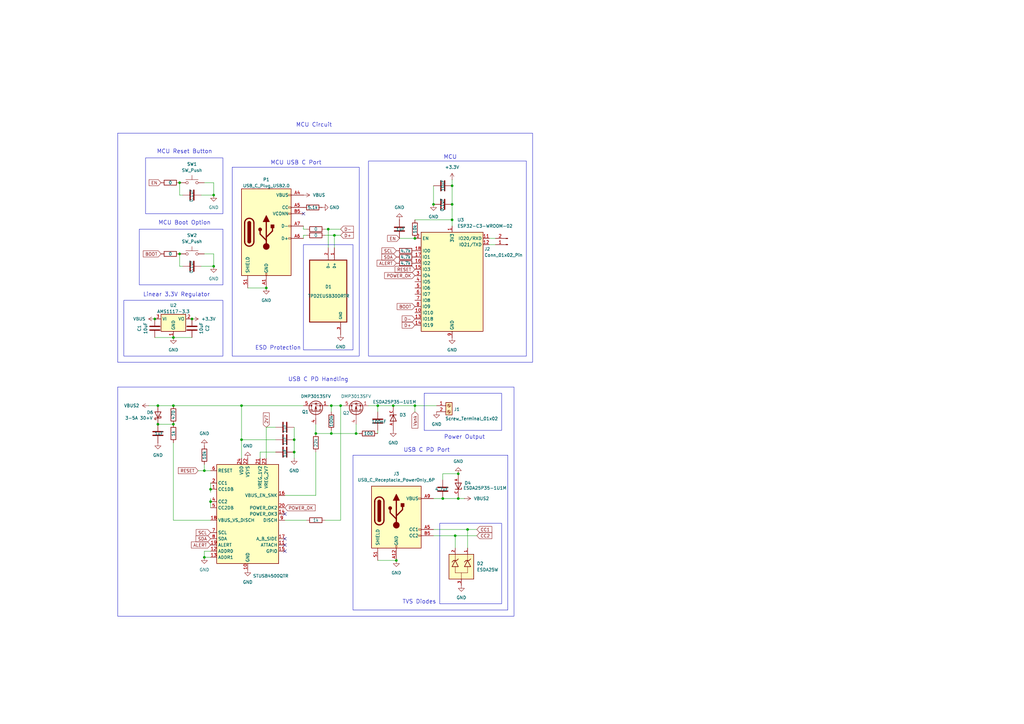
<source format=kicad_sch>
(kicad_sch (version 20250114) (generator "eeschema") (generator_version "9.0")
  (paper "A3")
  (lib_symbols
    (symbol "Connector:Conn_01x02_Pin" (pin_names (offset 1.016) (hide yes))
      (property "Reference" "J" (at 0 2.54 0))
      (property "Value" "Conn_01x02_Pin" (at 0 -5.08 0))
      (symbol "Conn_01x02_Pin_1_1"
        (rectangle (start 0.8636 0.127) (end 0 -0.127) (stroke (width 0.1524)) (fill (type outline)))
        (rectangle (start 0.8636 -2.413) (end 0 -2.667) (stroke (width 0.1524)) (fill (type outline)))
        (polyline (pts (xy 1.27 0) (xy 0.8636 0)) (stroke (width 0.1524)))
        (polyline (pts (xy 1.27 -2.54) (xy 0.8636 -2.54)) (stroke (width 0.1524)))
        (pin passive line (at 5.08 0 180) (length 3.81) (name "Pin_1") (number "1"))
        (pin passive line (at 5.08 -2.54 180) (length 3.81) (name "Pin_2") (number "2"))
      )
    )
    (symbol "Connector:Screw_Terminal_01x02" (pin_names (offset 1.016) (hide yes))
      (property "Reference" "J" (at 0 2.54 0))
      (property "Value" "Screw_Terminal_01x02" (at 0 -5.08 0))
      (symbol "Screw_Terminal_01x02_1_1"
        (rectangle (start -1.27 1.27) (end 1.27 -3.81) (stroke (width 0.254)) (fill (type background)))
        (polyline (pts (xy -0.5334 0.3302) (xy 0.3302 -0.508)) (stroke (width 0.1524)))
        (polyline (pts (xy -0.5334 -2.2098) (xy 0.3302 -3.048)) (stroke (width 0.1524)))
        (polyline (pts (xy -0.3556 0.508) (xy 0.508 -0.3302)) (stroke (width 0.1524)))
        (polyline (pts (xy -0.3556 -2.032) (xy 0.508 -2.8702)) (stroke (width 0.1524)))
        (circle (center 0 0) (radius 0.635) (stroke (width 0.1524)))
        (circle (center 0 -2.54) (radius 0.635) (stroke (width 0.1524)))
        (pin passive line (at -5.08 0 0) (length 3.81) (name "Pin_1") (number "1"))
        (pin passive line (at -5.08 -2.54 0) (length 3.81) (name "Pin_2") (number "2"))
      )
    )
    (symbol "Connector:USB_C_Plug_USB2.0" (pin_names (offset 1.016))
      (property "Reference" "P" (at -10.16 19.05 0))
      (property "Value" "USB_C_Plug_USB2.0" (at 12.7 19.05 0))
      (symbol "USB_C_Plug_USB2.0_0_0"
        (rectangle (start -0.254 -17.78) (end 0.254 -16.764))
        (rectangle (start 10.16 15.494) (end 9.144 14.986))
        (rectangle (start 10.16 10.414) (end 9.144 9.906))
        (rectangle (start 10.16 7.874) (end 9.144 7.366))
        (rectangle (start 10.16 2.794) (end 9.144 2.286))
        (rectangle (start 10.16 -2.286) (end 9.144 -2.794))
      )
      (symbol "USB_C_Plug_USB2.0_0_1"
        (rectangle (start -10.16 17.78) (end 10.16 -17.78) (stroke (width 0.254)) (fill (type background)))
        (polyline (pts (xy -8.89 -3.81) (xy -8.89 3.81)) (stroke (width 0.508)))
        (rectangle (start -7.62 -3.81) (end -6.35 3.81) (stroke (width 0.254)) (fill (type outline)))
        (arc (start -7.62 3.81) (mid -6.985 4.4423) (end -6.35 3.81) (stroke (width 0.254)))
        (arc (start -7.62 3.81) (mid -6.985 4.4423) (end -6.35 3.81) (stroke (width 0.254)) (fill (type outline)))
        (arc (start -8.89 3.81) (mid -6.985 5.7067) (end -5.08 3.81) (stroke (width 0.508)))
        (arc (start -5.08 -3.81) (mid -6.985 -5.7067) (end -8.89 -3.81) (stroke (width 0.508)))
        (arc (start -6.35 -3.81) (mid -6.985 -4.4423) (end -7.62 -3.81) (stroke (width 0.254)))
        (arc (start -6.35 -3.81) (mid -6.985 -4.4423) (end -7.62 -3.81) (stroke (width 0.254)) (fill (type outline)))
        (polyline (pts (xy -5.08 3.81) (xy -5.08 -3.81)) (stroke (width 0.508)))
        (circle (center -2.54 1.143) (radius 0.635) (stroke (width 0.254)) (fill (type outline)))
        (polyline (pts (xy -1.27 4.318) (xy 0 6.858) (xy 1.27 4.318) (xy -1.27 4.318)) (stroke (width 0.254)) (fill (type outline)))
        (polyline (pts (xy 0 -2.032) (xy 2.54 0.508) (xy 2.54 1.778)) (stroke (width 0.508)))
        (polyline (pts (xy 0 -3.302) (xy -2.54 -0.762) (xy -2.54 0.508)) (stroke (width 0.508)))
        (polyline (pts (xy 0 -5.842) (xy 0 4.318)) (stroke (width 0.508)))
        (circle (center 0 -5.842) (radius 1.27) (fill (type outline)))
        (rectangle (start 1.905 1.778) (end 3.175 3.048) (stroke (width 0.254)) (fill (type outline)))
      )
      (symbol "USB_C_Plug_USB2.0_1_1"
        (pin passive line (at -7.62 -22.86 90) (length 5.08) (name "SHIELD") (number "S1"))
        (pin passive line (at 0 -22.86 90) (length 5.08) (name "GND") (number "A1"))
        (pin passive line (at 0 -22.86 90) (length 5.08) (hide yes) (name "GND") (number "A12"))
        (pin passive line (at 0 -22.86 90) (length 5.08) (hide yes) (name "GND") (number "B1"))
        (pin passive line (at 0 -22.86 90) (length 5.08) (hide yes) (name "GND") (number "B12"))
        (pin passive line (at 15.24 15.24 180) (length 5.08) (name "VBUS") (number "A4"))
        (pin passive line (at 15.24 15.24 180) (length 5.08) (hide yes) (name "VBUS") (number "A9"))
        (pin passive line (at 15.24 15.24 180) (length 5.08) (hide yes) (name "VBUS") (number "B4"))
        (pin passive line (at 15.24 15.24 180) (length 5.08) (hide yes) (name "VBUS") (number "B9"))
        (pin bidirectional line (at 15.24 10.16 180) (length 5.08) (name "CC") (number "A5"))
        (pin bidirectional line (at 15.24 7.62 180) (length 5.08) (name "VCONN") (number "B5"))
        (pin bidirectional line (at 15.24 2.54 180) (length 5.08) (name "D-") (number "A7"))
        (pin bidirectional line (at 15.24 -2.54 180) (length 5.08) (name "D+") (number "A6"))
      )
    )
    (symbol "Connector:USB_C_Receptacle_PowerOnly_6P" (pin_names (offset 1.016))
      (property "Reference" "J" (at 0 16.51 0))
      (property "Value" "USB_C_Receptacle_PowerOnly_6P" (at 0 13.97 0))
      (symbol "USB_C_Receptacle_PowerOnly_6P_0_0"
        (rectangle (start -0.254 -12.7) (end 0.254 -11.684))
        (rectangle (start 10.16 7.874) (end 9.144 7.366))
        (rectangle (start 10.16 -4.826) (end 9.144 -5.334))
        (rectangle (start 10.16 -7.366) (end 9.144 -7.874))
      )
      (symbol "USB_C_Receptacle_PowerOnly_6P_0_1"
        (rectangle (start -10.16 12.7) (end 10.16 -12.7) (stroke (width 0.254)) (fill (type background)))
        (polyline (pts (xy -8.89 -1.27) (xy -8.89 6.35)) (stroke (width 0.508)))
        (rectangle (start -7.62 -1.27) (end -6.35 6.35) (stroke (width 0.254)) (fill (type outline)))
        (arc (start -7.62 6.35) (mid -6.985 6.9823) (end -6.35 6.35) (stroke (width 0.254)))
        (arc (start -7.62 6.35) (mid -6.985 6.9823) (end -6.35 6.35) (stroke (width 0.254)) (fill (type outline)))
        (arc (start -8.89 6.35) (mid -6.985 8.2467) (end -5.08 6.35) (stroke (width 0.508)))
        (arc (start -5.08 -1.27) (mid -6.985 -3.1667) (end -8.89 -1.27) (stroke (width 0.508)))
        (arc (start -6.35 -1.27) (mid -6.985 -1.9023) (end -7.62 -1.27) (stroke (width 0.254)))
        (arc (start -6.35 -1.27) (mid -6.985 -1.9023) (end -7.62 -1.27) (stroke (width 0.254)) (fill (type outline)))
        (polyline (pts (xy -5.08 6.35) (xy -5.08 -1.27)) (stroke (width 0.508)))
        (circle (center -2.54 3.683) (radius 0.635) (stroke (width 0.254)) (fill (type outline)))
        (polyline (pts (xy -1.27 6.858) (xy 0 9.398) (xy 1.27 6.858) (xy -1.27 6.858)) (stroke (width 0.254)) (fill (type outline)))
        (polyline (pts (xy 0 0.508) (xy 2.54 3.048) (xy 2.54 4.318)) (stroke (width 0.508)))
        (polyline (pts (xy 0 -0.762) (xy -2.54 1.778) (xy -2.54 3.048)) (stroke (width 0.508)))
        (polyline (pts (xy 0 -3.302) (xy 0 6.858)) (stroke (width 0.508)))
        (circle (center 0 -3.302) (radius 1.27) (fill (type outline)))
        (rectangle (start 1.905 4.318) (end 3.175 5.588) (stroke (width 0.254)) (fill (type outline)))
      )
      (symbol "USB_C_Receptacle_PowerOnly_6P_1_1"
        (pin passive line (at -7.62 -17.78 90) (length 5.08) (name "SHIELD") (number "S1"))
        (pin passive line (at 0 -17.78 90) (length 5.08) (name "GND") (number "A12"))
        (pin passive line (at 0 -17.78 90) (length 5.08) (hide yes) (name "GND") (number "B12"))
        (pin passive line (at 15.24 7.62 180) (length 5.08) (name "VBUS") (number "A9"))
        (pin passive line (at 15.24 7.62 180) (length 5.08) (hide yes) (name "VBUS") (number "B9"))
        (pin bidirectional line (at 15.24 -5.08 180) (length 5.08) (name "CC1") (number "A5"))
        (pin bidirectional line (at 15.24 -7.62 180) (length 5.08) (name "CC2") (number "B5"))
      )
    )
    (symbol "Device:C" (pin_numbers (hide yes)) (pin_names (offset 0.254))
      (property "Reference" "C" (at 0.635 2.54 0))
      (property "Value" "C" (at 0.635 -2.54 0))
      (symbol "C_0_1"
        (polyline (pts (xy -2.032 0.762) (xy 2.032 0.762)) (stroke (width 0.508)))
        (polyline (pts (xy -2.032 -0.762) (xy 2.032 -0.762)) (stroke (width 0.508)))
      )
      (symbol "C_1_1"
        (pin passive line (at 0 3.81 270) (length 2.794) (name "~") (number "1"))
        (pin passive line (at 0 -3.81 90) (length 2.794) (name "~") (number "2"))
      )
    )
    (symbol "Device:D_Schottky" (pin_numbers (hide yes)) (pin_names (offset 1.016) (hide yes))
      (property "Reference" "D" (at 0 2.54 0))
      (property "Value" "D_Schottky" (at 0 -2.54 0))
      (symbol "D_Schottky_0_1"
        (polyline (pts (xy -1.905 0.635) (xy -1.905 1.27) (xy -1.27 1.27) (xy -1.27 -1.27) (xy -0.635 -1.27) (xy -0.635 -0.635)) (stroke (width 0.254)))
        (polyline (pts (xy 1.27 1.27) (xy 1.27 -1.27) (xy -1.27 0) (xy 1.27 1.27)) (stroke (width 0.254)))
        (polyline (pts (xy 1.27 0) (xy -1.27 0)))
      )
      (symbol "D_Schottky_1_1"
        (pin passive line (at -3.81 0 0) (length 2.54) (name "K") (number "1"))
        (pin passive line (at 3.81 0 180) (length 2.54) (name "A") (number "2"))
      )
    )
    (symbol "Device:R" (pin_numbers (hide yes)) (pin_names (offset 0))
      (property "Reference" "R" (at 2.032 0 90))
      (property "Value" "R" (at 0 0 90))
      (symbol "R_0_1"
        (rectangle (start -1.016 -2.54) (end 1.016 2.54) (stroke (width 0.254)))
      )
      (symbol "R_1_1"
        (pin passive line (at 0 3.81 270) (length 1.27) (name "~") (number "1"))
        (pin passive line (at 0 -3.81 90) (length 1.27) (name "~") (number "2"))
      )
    )
    (symbol "ESDA25W:ESDA25W" (pin_names (offset 1.016))
      (property "Reference" "D" (at -5.08 6.35 0))
      (property "Value" "ESDA25W" (at -5.08 -6.35 0))
      (symbol "ESDA25W_0_0"
        (polyline (pts (xy -5.08 2.54) (xy -2.54 2.54)) (stroke (width 0.1524)))
        (polyline (pts (xy -5.08 -2.54) (xy -2.54 -2.54)) (stroke (width 0.1524)))
        (rectangle (start -5.08 -5.08) (end 5.08 5.08) (stroke (width 0.254)) (fill (type background)))
        (polyline (pts (xy -3.175 3.81) (xy -2.54 3.175)) (stroke (width 0.254)))
        (polyline (pts (xy -3.175 -1.27) (xy -2.54 -1.905)) (stroke (width 0.254)))
        (polyline (pts (xy -2.54 3.175) (xy -2.54 2.54)) (stroke (width 0.254)))
        (polyline (pts (xy -2.54 2.54) (xy -2.54 1.905)) (stroke (width 0.254)))
        (polyline (pts (xy -2.54 2.54) (xy 0 3.81)) (stroke (width 0.254)))
        (polyline (pts (xy -2.54 1.905) (xy -1.905 1.27)) (stroke (width 0.254)))
        (polyline (pts (xy -2.54 -1.905) (xy -2.54 -2.54)) (stroke (width 0.254)))
        (polyline (pts (xy -2.54 -2.54) (xy -2.54 -3.175)) (stroke (width 0.254)))
        (polyline (pts (xy -2.54 -2.54) (xy 0 -1.27)) (stroke (width 0.254)))
        (polyline (pts (xy -2.54 -3.175) (xy -1.905 -3.81)) (stroke (width 0.254)))
        (polyline (pts (xy 0 3.81) (xy 0 2.54)) (stroke (width 0.254)))
        (polyline (pts (xy 0 2.54) (xy 0 1.27)) (stroke (width 0.254)))
        (polyline (pts (xy 0 1.27) (xy -2.54 2.54)) (stroke (width 0.254)))
        (polyline (pts (xy 0 -1.27) (xy 0 -2.54)) (stroke (width 0.254)))
        (polyline (pts (xy 0 -2.54) (xy 0 -3.81)) (stroke (width 0.254)))
        (polyline (pts (xy 0 -3.81) (xy -2.54 -2.54)) (stroke (width 0.254)))
        (polyline (pts (xy 2.54 2.54) (xy 0 2.54)) (stroke (width 0.1524)))
        (polyline (pts (xy 2.54 0) (xy 2.54 2.54)) (stroke (width 0.1524)))
        (polyline (pts (xy 2.54 0) (xy 5.08 0)) (stroke (width 0.1524)))
        (polyline (pts (xy 2.54 -2.54) (xy 0 -2.54)) (stroke (width 0.1524)))
        (polyline (pts (xy 2.54 -2.54) (xy 2.54 0)) (stroke (width 0.1524)))
        (pin passive line (at -7.62 2.54 0) (length 2.54) (name "~") (number "1"))
        (pin passive line (at -7.62 -2.54 0) (length 2.54) (name "~") (number "2"))
        (pin passive line (at 7.62 0 180) (length 2.54) (name "~") (number "3"))
      )
    )
    (symbol "ESDDD:TPD2EUSB30DRTR" (pin_names (offset 1.016))
      (property "Reference" "D" (at -12.7 8.62 0))
      (property "Value" "TPD2EUSB30DRTR" (at -12.7 -11.62 0))
      (symbol "TPD2EUSB30DRTR_0_0"
        (rectangle (start -12.7 -7.62) (end 12.7 7.62) (stroke (width 0.41)) (fill (type background)))
        (pin bidirectional line (at -17.78 2.54 0) (length 5.08) (name "D+") (number "1"))
        (pin bidirectional line (at -17.78 0 0) (length 5.08) (name "D-") (number "2"))
        (pin power_in line (at 17.78 5.08 180) (length 5.08) (name "GND") (number "3"))
      )
    )
    (symbol "Interface_USB:STUSB4500QTR"
      (property "Reference" "U" (at -12.7 21.59 0))
      (property "Value" "STUSB4500QTR" (at 8.89 -21.59 0))
      (symbol "STUSB4500QTR_0_1"
        (rectangle (start -12.7 20.32) (end 12.7 -20.32) (stroke (width 0.254)) (fill (type background)))
      )
      (symbol "STUSB4500QTR_1_1"
        (pin input line (at -15.24 17.78 0) (length 2.54) (name "RESET") (number "6"))
        (pin bidirectional line (at -15.24 12.7 0) (length 2.54) (name "CC1") (number "2"))
        (pin bidirectional line (at -15.24 10.16 0) (length 2.54) (name "CC1DB") (number "1"))
        (pin bidirectional line (at -15.24 5.08 0) (length 2.54) (name "CC2") (number "4"))
        (pin bidirectional line (at -15.24 2.54 0) (length 2.54) (name "CC2DB") (number "5"))
        (pin input line (at -15.24 -2.54 0) (length 2.54) (name "VBUS_VS_DISCH") (number "18"))
        (pin input line (at -15.24 -7.62 0) (length 2.54) (name "SCL") (number "7"))
        (pin bidirectional line (at -15.24 -10.16 0) (length 2.54) (name "SDA") (number "8"))
        (pin open_collector line (at -15.24 -12.7 0) (length 2.54) (name "ALERT") (number "19"))
        (pin input line (at -15.24 -15.24 0) (length 2.54) (name "ADDR0") (number "12"))
        (pin input line (at -15.24 -17.78 0) (length 2.54) (name "ADDR1") (number "13"))
        (pin no_connect line (at -12.7 15.24 0) (length 2.54) (hide yes) (name "NC") (number "3"))
        (pin power_in line (at -2.54 22.86 270) (length 2.54) (name "VDD") (number "24"))
        (pin power_in line (at 0 22.86 270) (length 2.54) (name "VSYS") (number "22"))
        (pin power_in line (at 0 -22.86 90) (length 2.54) (name "GND") (number "10"))
        (pin passive line (at 0 -22.86 90) (length 2.54) (hide yes) (name "GND") (number "25"))
        (pin power_out line (at 5.08 22.86 270) (length 2.54) (name "VREG_1V2") (number "21"))
        (pin power_out line (at 7.62 22.86 270) (length 2.54) (name "VREG_2V7") (number "23"))
        (pin open_collector line (at 15.24 7.62 180) (length 2.54) (name "VBUS_EN_SNK") (number "16"))
        (pin open_collector line (at 15.24 2.54 180) (length 2.54) (name "POWER_OK2") (number "20"))
        (pin open_collector line (at 15.24 0 180) (length 2.54) (name "POWER_OK3") (number "14"))
        (pin bidirectional line (at 15.24 -2.54 180) (length 2.54) (name "DISCH") (number "9"))
        (pin open_collector line (at 15.24 -10.16 180) (length 2.54) (name "A_B_SIDE") (number "17"))
        (pin open_collector line (at 15.24 -12.7 180) (length 2.54) (name "ATTACH") (number "11"))
        (pin open_collector line (at 15.24 -15.24 180) (length 2.54) (name "GPIO") (number "15"))
      )
    )
    (symbol "RF_Module:ESP32-C3-WROOM-02"
      (property "Reference" "U" (at -12.192 21.336 0))
      (property "Value" "ESP32-C3-WROOM-02" (at 12.192 21.336 0))
      (symbol "ESP32-C3-WROOM-02_1_1"
        (rectangle (start -12.7 20.32) (end 12.7 -20.32) (stroke (width 0.254)) (fill (type background)))
        (pin input line (at -15.24 17.78 0) (length 2.54) (name "EN") (number "2"))
        (pin bidirectional line (at -15.24 12.7 0) (length 2.54) (name "IO0") (number "18"))
        (pin bidirectional line (at -15.24 10.16 0) (length 2.54) (name "IO1") (number "17"))
        (pin bidirectional line (at -15.24 7.62 0) (length 2.54) (name "IO2") (number "16"))
        (pin bidirectional line (at -15.24 5.08 0) (length 2.54) (name "IO3") (number "15"))
        (pin bidirectional line (at -15.24 2.54 0) (length 2.54) (name "IO4") (number "3"))
        (pin bidirectional line (at -15.24 0 0) (length 2.54) (name "IO5") (number "4"))
        (pin bidirectional line (at -15.24 -2.54 0) (length 2.54) (name "IO6") (number "5"))
        (pin bidirectional line (at -15.24 -5.08 0) (length 2.54) (name "IO7") (number "6"))
        (pin bidirectional line (at -15.24 -7.62 0) (length 2.54) (name "IO8") (number "7"))
        (pin bidirectional line (at -15.24 -10.16 0) (length 2.54) (name "IO9") (number "8"))
        (pin bidirectional line (at -15.24 -12.7 0) (length 2.54) (name "IO10") (number "10"))
        (pin bidirectional line (at -15.24 -15.24 0) (length 2.54) (name "IO18") (number "13"))
        (pin bidirectional line (at -15.24 -17.78 0) (length 2.54) (name "IO19") (number "14"))
        (pin power_in line (at 0 22.86 270) (length 2.54) (name "3V3") (number "1"))
        (pin passive line (at 0 -22.86 90) (length 2.54) (hide yes) (name "GND") (number "19"))
        (pin power_in line (at 0 -22.86 90) (length 2.54) (name "GND") (number "9"))
        (pin bidirectional line (at 15.24 17.78 180) (length 2.54) (name "IO20/RXD") (number "11"))
        (pin bidirectional line (at 15.24 15.24 180) (length 2.54) (name "IO21/TXD") (number "12"))
      )
    )
    (symbol "Regulator_Linear:AMS1117-3.3"
      (property "Reference" "U" (at -3.81 3.175 0))
      (property "Value" "AMS1117-3.3" (at 0 3.175 0))
      (symbol "AMS1117-3.3_0_1"
        (rectangle (start -5.08 -5.08) (end 5.08 1.905) (stroke (width 0.254)) (fill (type background)))
      )
      (symbol "AMS1117-3.3_1_1"
        (pin power_in line (at -7.62 0 0) (length 2.54) (name "VI") (number "3"))
        (pin power_in line (at 0 -7.62 90) (length 2.54) (name "GND") (number "1"))
        (pin power_out line (at 7.62 0 180) (length 2.54) (name "VO") (number "2"))
      )
    )
    (symbol "Switch:SW_Push" (pin_numbers (hide yes)) (pin_names (offset 1.016) (hide yes))
      (property "Reference" "SW" (at 1.27 2.54 0))
      (property "Value" "SW_Push" (at 0 -1.524 0))
      (symbol "SW_Push_0_1"
        (circle (center -2.032 0) (radius 0.508))
        (polyline (pts (xy 0 1.27) (xy 0 3.048)))
        (circle (center 2.032 0) (radius 0.508))
        (polyline (pts (xy 2.54 1.27) (xy -2.54 1.27)))
        (pin passive line (at -5.08 0 0) (length 2.54) (name "1") (number "1"))
        (pin passive line (at 5.08 0 180) (length 2.54) (name "2") (number "2"))
      )
    )
    (symbol "Transistor_FET:DMP3013SFV" (pin_names (hide yes))
      (property "Reference" "Q" (at 5.08 1.905 0))
      (property "Value" "DMP3013SFV" (at 5.08 0 0))
      (symbol "DMP3013SFV_0_1"
        (polyline (pts (xy 0.254 1.905) (xy 0.254 -1.905)) (stroke (width 0.254)))
        (polyline (pts (xy 0.254 0) (xy -2.54 0)))
        (polyline (pts (xy 0.762 2.286) (xy 0.762 1.27)) (stroke (width 0.254)))
        (polyline (pts (xy 0.762 1.778) (xy 3.302 1.778) (xy 3.302 -1.778) (xy 0.762 -1.778)))
        (polyline (pts (xy 0.762 0.508) (xy 0.762 -0.508)) (stroke (width 0.254)))
        (polyline (pts (xy 0.762 -1.27) (xy 0.762 -2.286)) (stroke (width 0.254)))
        (circle (center 1.651 0) (radius 2.794) (stroke (width 0.254)))
        (polyline (pts (xy 2.286 0) (xy 1.27 0.381) (xy 1.27 -0.381) (xy 2.286 0)) (fill (type outline)))
        (polyline (pts (xy 2.54 2.54) (xy 2.54 1.778)))
        (circle (center 2.54 1.778) (radius 0.254) (fill (type outline)))
        (circle (center 2.54 -1.778) (radius 0.254) (fill (type outline)))
        (polyline (pts (xy 2.54 -2.54) (xy 2.54 0) (xy 0.762 0)))
        (polyline (pts (xy 2.794 -0.508) (xy 2.921 -0.381) (xy 3.683 -0.381) (xy 3.81 -0.254)))
        (polyline (pts (xy 3.302 -0.381) (xy 2.921 0.254) (xy 3.683 0.254) (xy 3.302 -0.381)))
      )
      (symbol "DMP3013SFV_1_1"
        (pin passive line (at -5.08 0 0) (length 2.54) (name "G") (number "4"))
        (pin passive line (at 2.54 5.08 270) (length 2.54) (name "D") (number "5"))
        (pin passive line (at 2.54 -5.08 90) (length 2.54) (name "S") (number "1"))
        (pin passive line (at 2.54 -5.08 90) (length 2.54) (hide yes) (name "S") (number "2"))
        (pin passive line (at 2.54 -5.08 90) (length 2.54) (hide yes) (name "S") (number "3"))
      )
    )
    (symbol "VBUS_1" (power) (pin_numbers (hide yes)) (pin_names (offset 0) (hide yes))
      (property "Value" "VBUS" (at 0 3.556 0))
      (symbol "VBUS_1_0_1"
        (polyline (pts (xy -0.762 1.27) (xy 0 2.54)))
        (polyline (pts (xy 0 2.54) (xy 0.762 1.27)))
        (polyline (pts (xy 0 0) (xy 0 2.54)))
      )
      (symbol "VBUS_1_1_1"
        (pin power_in line (at 0 0 90) (length 0) (name "~") (number "1"))
      )
    )
    (symbol "esda:ESDA25P35-1U1M" (pin_names (offset 1.016))
      (property "Reference" "D" (at -5.0835 2.4159 0))
      (property "Value" "ESDA25P35-1U1M" (at -5.0854 -4.9611 0))
      (symbol "ESDA25P35-1U1M_0_0"
        (polyline (pts (xy -1.27 0) (xy -1.27 1.27)) (stroke (width 0.254)))
        (polyline (pts (xy -1.27 0) (xy 1.27 -1.27)) (stroke (width 0.254)))
        (polyline (pts (xy -1.27 -1.27) (xy -1.27 0)) (stroke (width 0.254)))
        (polyline (pts (xy -0.635 -1.27) (xy -1.27 -1.27)) (stroke (width 0.254)))
        (polyline (pts (xy 1.27 1.27) (xy -1.27 0)) (stroke (width 0.254)))
        (polyline (pts (xy 1.27 -1.27) (xy 1.27 1.27)) (stroke (width 0.254)))
        (pin passive line (at -5.08 0 0) (length 5.08) (name "~") (number "C"))
        (pin passive line (at 5.08 0 180) (length 5.08) (name "~") (number "A"))
      )
    )
    (symbol "power:+3.3V" (power) (pin_numbers (hide yes)) (pin_names (offset 0) (hide yes))
      (property "Value" "+3.3V" (at 0 3.556 0))
      (symbol "+3.3V_0_1"
        (polyline (pts (xy -0.762 1.27) (xy 0 2.54)))
        (polyline (pts (xy 0 2.54) (xy 0.762 1.27)))
        (polyline (pts (xy 0 0) (xy 0 2.54)))
      )
      (symbol "+3.3V_1_1"
        (pin power_in line (at 0 0 90) (length 0) (name "~") (number "1"))
      )
    )
    (symbol "power:GND" (power) (pin_numbers (hide yes)) (pin_names (offset 0) (hide yes))
      (property "Value" "GND" (at 0 -3.81 0))
      (symbol "GND_0_1"
        (polyline (pts (xy 0 0) (xy 0 -1.27) (xy 1.27 -1.27) (xy 0 -2.54) (xy -1.27 -1.27) (xy 0 -1.27)))
      )
      (symbol "GND_1_1"
        (pin power_in line (at 0 0 270) (length 0) (name "~") (number "1"))
      )
    )
    (symbol "power:VBUS" (power) (pin_numbers (hide yes)) (pin_names (offset 0) (hide yes))
      (property "Value" "VBUS" (at 0 3.556 0))
      (symbol "VBUS_0_1"
        (polyline (pts (xy -0.762 1.27) (xy 0 2.54)))
        (polyline (pts (xy 0 2.54) (xy 0.762 1.27)))
        (polyline (pts (xy 0 0) (xy 0 2.54)))
      )
      (symbol "VBUS_1_1"
        (pin power_in line (at 0 0 90) (length 0) (name "~") (number "1"))
      )
    )
  )
  (rectangle (start 48.26 54.61) (end 218.44 148.59))
  (rectangle (start 151.13 66.04) (end 215.9 146.05))
  (rectangle (start 95.25 68.58) (end 147.32 146.05))
  (rectangle (start 144.78 186.69) (end 208.28 250.19))
  (rectangle (start 50.8 123.19) (end 91.44 146.05))
  (rectangle (start 180.34 214.63) (end 205.74 247.65))
  (rectangle (start 173.99 161.29) (end 205.74 176.53))
  (rectangle (start 59.69 64.77) (end 91.44 87.63))
  (rectangle (start 48.26 158.75) (end 210.82 252.73))
  (rectangle (start 124.46 100.33) (end 144.78 143.51))
  (rectangle (start 57.15 93.98) (end 91.44 116.84))
  (text "Power Output" (at 190.5 179.324 0) (effects (font (size 1.651 1.651))))
  (text "MCU Circuit" (at 128.778 51.308 0) (effects (font (size 1.651 1.651))))
  (text "USB C PD Port" (at 175.006 184.658 0) (effects (font (size 1.651 1.651))))
  (text "TVS Diodes" (at 171.958 246.888 0) (effects (font (size 1.651 1.651))))
  (text "MCU Reset Button" (at 75.692 62.23 0) (effects (font (size 1.651 1.651))))
  (text "MCU USB C Port" (at 121.412 66.802 0) (effects (font (size 1.651 1.651))))
  (text "ESD Protection" (at 114.046 142.748 0) (effects (font (size 1.651 1.651))))
  (text "MCU Boot Option" (at 75.692 91.44 0) (effects (font (size 1.651 1.651))))
  (text "Linear 3.3V Regulator" (at 72.39 120.904 0) (effects (font (size 1.651 1.651))))
  (text "MCU" (at 184.658 64.516 0) (effects (font (size 1.651 1.651))))
  (text "USB C PD Handling" (at 130.556 155.702 0) (effects (font (size 1.651 1.651))))
  (junction (at 170.18 97.79))
  (junction (at 134.62 93.98))
  (junction (at 83.82 228.6))
  (junction (at 64.77 173.99))
  (junction (at 73.66 74.93))
  (junction (at 78.74 130.81))
  (junction (at 73.66 104.14))
  (junction (at 146.05 177.8))
  (junction (at 120.65 185.42))
  (junction (at 170.18 166.37))
  (junction (at 99.06 166.37))
  (junction (at 187.96 194.31))
  (junction (at 154.94 166.37))
  (junction (at 71.12 173.99))
  (junction (at 185.42 90.17))
  (junction (at 139.7 166.37))
  (junction (at 162.56 229.87))
  (junction (at 135.89 177.8))
  (junction (at 71.12 138.43))
  (junction (at 161.29 166.37))
  (junction (at 71.12 166.37))
  (junction (at 186.69 219.71))
  (junction (at 129.54 177.8))
  (junction (at 187.96 204.47))
  (junction (at 86.36 205.74))
  (junction (at 87.63 80.01))
  (junction (at 135.89 166.37))
  (junction (at 177.8 83.82))
  (junction (at 185.42 83.82))
  (junction (at 191.77 217.17))
  (junction (at 109.22 118.11))
  (junction (at 64.77 166.37))
  (junction (at 137.16 96.52))
  (junction (at 83.82 193.04))
  (junction (at 120.65 180.34))
  (junction (at 86.36 200.66))
  (junction (at 181.61 204.47))
  (junction (at 99.06 180.34))
  (junction (at 185.42 76.2))
  (junction (at 63.5 130.81))
  (junction (at 87.63 109.22))
  (no_connect (at 116.84 210.82))
  (no_connect (at 124.46 87.63))
  (no_connect (at 116.84 223.52))
  (no_connect (at 116.84 220.98))
  (no_connect (at 116.84 226.06))
  (wire (pts (xy 177.8 217.17) (xy 191.77 217.17)))
  (wire (pts (xy 87.63 80.01) (xy 87.63 74.93)))
  (wire (pts (xy 191.77 217.17) (xy 191.77 224.79)))
  (wire (pts (xy 135.89 168.91) (xy 135.89 166.37)))
  (wire (pts (xy 186.69 219.71) (xy 195.58 219.71)))
  (wire (pts (xy 106.68 185.42) (xy 113.03 185.42)))
  (wire (pts (xy 74.93 109.22) (xy 73.66 109.22)))
  (wire (pts (xy 60.96 166.37) (xy 64.77 166.37)))
  (wire (pts (xy 99.06 180.34) (xy 99.06 166.37)))
  (wire (pts (xy 86.36 205.74) (xy 86.36 208.28)))
  (wire (pts (xy 186.69 219.71) (xy 186.69 224.79)))
  (wire (pts (xy 71.12 181.61) (xy 71.12 213.36)))
  (wire (pts (xy 83.82 226.06) (xy 83.82 228.6)))
  (wire (pts (xy 120.65 180.34) (xy 120.65 185.42)))
  (wire (pts (xy 101.6 118.11) (xy 109.22 118.11)))
  (wire (pts (xy 124.46 96.52) (xy 124.46 97.79)))
  (wire (pts (xy 109.22 175.26) (xy 113.03 175.26)))
  (wire (pts (xy 99.06 166.37) (xy 124.46 166.37)))
  (wire (pts (xy 87.63 109.22) (xy 87.63 104.14)))
  (wire (pts (xy 82.55 80.01) (xy 87.63 80.01)))
  (wire (pts (xy 73.66 74.93) (xy 73.66 80.01)))
  (wire (pts (xy 154.94 176.53) (xy 154.94 177.8)))
  (wire (pts (xy 133.35 96.52) (xy 137.16 96.52)))
  (wire (pts (xy 137.16 96.52) (xy 137.16 101.6)))
  (wire (pts (xy 71.12 213.36) (xy 86.36 213.36)))
  (wire (pts (xy 200.66 100.33) (xy 203.2 100.33)))
  (wire (pts (xy 147.32 177.8) (xy 146.05 177.8)))
  (wire (pts (xy 135.89 177.8) (xy 146.05 177.8)))
  (wire (pts (xy 134.62 93.98) (xy 134.62 101.6)))
  (wire (pts (xy 86.36 204.47) (xy 86.36 205.74)))
  (wire (pts (xy 185.42 83.82) (xy 185.42 90.17)))
  (wire (pts (xy 63.5 138.43) (xy 71.12 138.43)))
  (wire (pts (xy 83.82 190.5) (xy 83.82 193.04)))
  (wire (pts (xy 129.54 173.99) (xy 129.54 177.8)))
  (wire (pts (xy 139.7 166.37) (xy 140.97 166.37)))
  (wire (pts (xy 146.05 177.8) (xy 146.05 173.99)))
  (wire (pts (xy 154.94 168.91) (xy 154.94 166.37)))
  (wire (pts (xy 133.35 93.98) (xy 134.62 93.98)))
  (wire (pts (xy 170.18 168.91) (xy 170.18 166.37)))
  (wire (pts (xy 125.73 96.52) (xy 124.46 96.52)))
  (wire (pts (xy 200.66 97.79) (xy 203.2 97.79)))
  (wire (pts (xy 81.28 193.04) (xy 83.82 193.04)))
  (wire (pts (xy 87.63 104.14) (xy 83.82 104.14)))
  (wire (pts (xy 86.36 226.06) (xy 83.82 226.06)))
  (wire (pts (xy 154.94 229.87) (xy 162.56 229.87)))
  (wire (pts (xy 86.36 198.12) (xy 86.36 200.66)))
  (wire (pts (xy 185.42 76.2) (xy 185.42 73.66)))
  (wire (pts (xy 170.18 166.37) (xy 179.07 166.37)))
  (wire (pts (xy 86.36 201.93) (xy 86.36 200.66)))
  (wire (pts (xy 133.35 213.36) (xy 139.7 213.36)))
  (wire (pts (xy 120.65 175.26) (xy 120.65 180.34)))
  (wire (pts (xy 64.77 173.99) (xy 71.12 173.99)))
  (wire (pts (xy 137.16 96.52) (xy 139.7 96.52)))
  (wire (pts (xy 151.13 166.37) (xy 154.94 166.37)))
  (wire (pts (xy 106.68 187.96) (xy 106.68 185.42)))
  (wire (pts (xy 177.8 219.71) (xy 186.69 219.71)))
  (wire (pts (xy 191.77 217.17) (xy 195.58 217.17)))
  (wire (pts (xy 170.18 90.17) (xy 185.42 90.17)))
  (wire (pts (xy 181.61 194.31) (xy 181.61 196.85)))
  (wire (pts (xy 99.06 187.96) (xy 99.06 180.34)))
  (wire (pts (xy 116.84 203.2) (xy 129.54 203.2)))
  (wire (pts (xy 177.8 83.82) (xy 177.8 76.2)))
  (wire (pts (xy 83.82 228.6) (xy 86.36 228.6)))
  (wire (pts (xy 71.12 166.37) (xy 99.06 166.37)))
  (wire (pts (xy 181.61 204.47) (xy 187.96 204.47)))
  (wire (pts (xy 99.06 180.34) (xy 113.03 180.34)))
  (wire (pts (xy 120.65 185.42) (xy 120.65 187.96)))
  (wire (pts (xy 154.94 166.37) (xy 161.29 166.37)))
  (wire (pts (xy 161.29 166.37) (xy 170.18 166.37)))
  (wire (pts (xy 177.8 204.47) (xy 181.61 204.47)))
  (wire (pts (xy 87.63 74.93) (xy 83.82 74.93)))
  (wire (pts (xy 135.89 177.8) (xy 129.54 177.8)))
  (wire (pts (xy 73.66 104.14) (xy 73.66 109.22)))
  (wire (pts (xy 135.89 176.53) (xy 135.89 177.8)))
  (wire (pts (xy 187.96 194.31) (xy 181.61 194.31)))
  (wire (pts (xy 83.82 193.04) (xy 86.36 193.04)))
  (wire (pts (xy 124.46 92.71) (xy 124.46 93.98)))
  (wire (pts (xy 185.42 83.82) (xy 185.42 76.2)))
  (wire (pts (xy 185.42 90.17) (xy 185.42 92.71)))
  (wire (pts (xy 163.83 97.79) (xy 170.18 97.79)))
  (wire (pts (xy 109.22 175.26) (xy 109.22 187.96)))
  (wire (pts (xy 74.93 80.01) (xy 73.66 80.01)))
  (wire (pts (xy 125.73 213.36) (xy 116.84 213.36)))
  (wire (pts (xy 134.62 93.98) (xy 139.7 93.98)))
  (wire (pts (xy 135.89 166.37) (xy 134.62 166.37)))
  (wire (pts (xy 64.77 166.37) (xy 71.12 166.37)))
  (wire (pts (xy 71.12 138.43) (xy 78.74 138.43)))
  (wire (pts (xy 124.46 93.98) (xy 125.73 93.98)))
  (wire (pts (xy 129.54 203.2) (xy 129.54 185.42)))
  (wire (pts (xy 139.7 213.36) (xy 139.7 166.37)))
  (wire (pts (xy 82.55 109.22) (xy 87.63 109.22)))
  (wire (pts (xy 139.7 166.37) (xy 135.89 166.37)))
  (wire (pts (xy 187.96 204.47) (xy 190.5 204.47)))
  (global_label "2V7" (shape input) (at 109.22 175.26 90) (property "Intersheetrefs" "${INTERSHEET_REFS}" (effects (hide yes))))
  (global_label "D-" (shape input) (at 170.18 130.81 180) (property "Intersheetrefs" "${INTERSHEET_REFS}" (effects (hide yes))))
  (global_label "RESET" (shape input) (at 170.18 110.49 180) (property "Intersheetrefs" "${INTERSHEET_REFS}" (effects (hide yes))))
  (global_label "POWER_OK" (shape input) (at 170.18 113.03 180) (property "Intersheetrefs" "${INTERSHEET_REFS}" (effects (hide yes))))
  (global_label "POWER_OK" (shape input) (at 116.84 208.28 0) (property "Intersheetrefs" "${INTERSHEET_REFS}" (effects (hide yes))))
  (global_label "EN" (shape input) (at 66.04 74.93 180) (property "Intersheetrefs" "${INTERSHEET_REFS}" (effects (hide yes))))
  (global_label "BOOT" (shape input) (at 170.18 125.73 180) (property "Intersheetrefs" "${INTERSHEET_REFS}" (effects (hide yes))))
  (global_label "BOOT" (shape input) (at 66.04 104.14 180) (property "Intersheetrefs" "${INTERSHEET_REFS}" (effects (hide yes))))
  (global_label "D-" (shape input) (at 139.7 93.98 0) (property "Intersheetrefs" "${INTERSHEET_REFS}" (effects (hide yes))))
  (global_label "ALERT" (shape input) (at 86.36 223.52 180) (property "Intersheetrefs" "${INTERSHEET_REFS}" (effects (hide yes))))
  (global_label "CC2" (shape input) (at 195.58 219.71 0) (property "Intersheetrefs" "${INTERSHEET_REFS}" (effects (hide yes))))
  (global_label "ALERT" (shape input) (at 162.56 107.95 180) (property "Intersheetrefs" "${INTERSHEET_REFS}" (effects (hide yes))))
  (global_label "SCL" (shape input) (at 162.56 102.87 180) (property "Intersheetrefs" "${INTERSHEET_REFS}" (effects (hide yes))))
  (global_label "Vsnk" (shape input) (at 170.18 168.91 270) (property "Intersheetrefs" "${INTERSHEET_REFS}" (effects (hide yes))))
  (global_label "D+" (shape input) (at 139.7 96.52 0) (property "Intersheetrefs" "${INTERSHEET_REFS}" (effects (hide yes))))
  (global_label "RESET" (shape input) (at 81.28 193.04 180) (property "Intersheetrefs" "${INTERSHEET_REFS}" (effects (hide yes))))
  (global_label "D+" (shape input) (at 170.18 133.35 180) (property "Intersheetrefs" "${INTERSHEET_REFS}" (effects (hide yes))))
  (global_label "SDA" (shape input) (at 86.36 220.98 180) (property "Intersheetrefs" "${INTERSHEET_REFS}" (effects (hide yes))))
  (global_label "EN" (shape input) (at 163.83 97.79 180) (property "Intersheetrefs" "${INTERSHEET_REFS}" (effects (hide yes))))
  (global_label "SCL" (shape input) (at 86.36 218.44 180) (property "Intersheetrefs" "${INTERSHEET_REFS}" (effects (hide yes))))
  (global_label "SDA" (shape input) (at 162.56 105.41 180) (property "Intersheetrefs" "${INTERSHEET_REFS}" (effects (hide yes))))
  (global_label "CC1" (shape input) (at 195.58 217.17 0) (property "Intersheetrefs" "${INTERSHEET_REFS}" (effects (hide yes))))
  (symbol (lib_id "power:GND") (at 120.65 187.96 0) (unit 1)
    (property "Reference" "#PWR018" (effects (hide yes)))
    (property "Value" "GND" (at 120.65 193.04 0))
    (property "Description" "Power symbol creates a global label with name \"GND\" , ground" (effects (hide yes)))
  )
  (symbol (lib_id "Device:R") (at 71.12 170.18 180) (unit 1)
    (property "Reference" "R14" (effects (hide yes)))
    (property "Value" "470" (at 71.12 170.18 90))
    (property "Description" "Resistor" (effects (hide yes)))
  )
  (symbol (lib_id "power:GND") (at 101.6 233.68 0) (unit 1)
    (property "Reference" "#PWR01" (effects (hide yes)))
    (property "Value" "GND" (at 101.6 238.76 0))
    (property "Description" "Power symbol creates a global label with name \"GND\" , ground" (effects (hide yes)))
  )
  (symbol (lib_id "power:GND") (at 179.07 168.91 0) (unit 1)
    (property "Reference" "#PWR016" (effects (hide yes)))
    (property "Value" "GND" (at 179.07 173.99 0))
    (property "Description" "Power symbol creates a global label with name \"GND\" , ground" (effects (hide yes)))
  )
  (symbol (lib_id "Device:R") (at 83.82 186.69 180) (unit 1)
    (property "Reference" "R10" (effects (hide yes)))
    (property "Value" "10k" (at 83.82 186.69 90))
    (property "Description" "Resistor" (effects (hide yes)))
  )
  (symbol (lib_id "power:VBUS") (at 190.5 204.47 270) (unit 1)
    (property "Reference" "#PWR023" (effects (hide yes)))
    (property "Value" "VBUS2" (at 194.31 204.4699 90) (effects (justify left)))
    (property "Description" "Power symbol creates a global label with name \"VBUS\"" (effects (hide yes)))
  )
  (symbol (lib_id "Device:R") (at 170.18 93.98 0) (unit 1)
    (property "Reference" "R3" (effects (hide yes)))
    (property "Value" "10k" (at 170.18 93.98 90))
    (property "Description" "Resistor" (effects (hide yes)))
  )
  (symbol (lib_id "power:+3.3V") (at 185.42 73.66 0) (unit 1)
    (property "Reference" "#PWR09" (effects (hide yes)))
    (property "Value" "+3.3V" (at 185.42 68.58 0))
    (property "Description" "Power symbol creates a global label with name \"+3.3V\"" (effects (hide yes)))
  )
  (symbol (lib_name "VBUS_1") (lib_id "power:VBUS") (at 124.46 80.01 270) (unit 1)
    (property "Reference" "#PWR08" (effects (hide yes)))
    (property "Value" "VBUS" (at 128.27 80.0099 90) (effects (justify left)))
    (property "Description" "Power symbol creates a global label with name \"VBUS\"" (effects (hide yes)))
  )
  (symbol (lib_id "power:GND") (at 83.82 182.88 180) (unit 1)
    (property "Reference" "#PWR020" (effects (hide yes)))
    (property "Value" "GND" (at 83.82 177.8 0))
    (property "Description" "Power symbol creates a global label with name \"GND\" , ground" (effects (hide yes)))
  )
  (symbol (lib_id "power:GND") (at 177.8 83.82 0) (unit 1)
    (property "Reference" "#PWR011" (effects (hide yes)))
    (property "Value" "GND" (at 177.8 88.9 0))
    (property "Description" "Power symbol creates a global label with name \"GND\" , ground" (effects (hide yes)))
  )
  (symbol (lib_id "Device:C") (at 116.84 180.34 90) (unit 1)
    (property "Reference" "C6" (effects (hide yes)))
    (property "Value" "1uF" (at 116.84 182.626 0) (effects (justify left)))
    (property "Footprint" "Capacitor_SMD:C_0402_1005Metric" (effects (hide yes)))
    (property "Description" "Unpolarized capacitor" (effects (hide yes)))
  )
  (symbol (lib_id "Device:R") (at 129.54 181.61 180) (unit 1)
    (property "Reference" "R11" (effects (hide yes)))
    (property "Value" "22k" (at 129.54 181.61 90))
    (property "Description" "Resistor" (effects (hide yes)))
  )
  (symbol (lib_id "Device:R") (at 151.13 177.8 270) (unit 1)
    (property "Reference" "R13" (effects (hide yes)))
    (property "Value" "100" (at 151.13 177.8 90))
    (property "Description" "Resistor" (effects (hide yes)))
  )
  (symbol (lib_id "Connector:USB_C_Plug_USB2.0") (at 109.22 95.25 0) (unit 1)
    (property "Reference" "P1" (at 109.22 73.66 0))
    (property "Value" "USB_C_Plug_USB2.0" (at 109.22 76.2 0))
    (property "Datasheet" "https://www.usb.org/sites/default/files/documents/usb_type-c.zip" (effects (hide yes)))
    (property "Description" "USB 2.0-only Type-C Plug connector" (effects (hide yes)))
  )
  (symbol (lib_id "Connector:USB_C_Receptacle_PowerOnly_6P") (at 162.56 212.09 0) (unit 1)
    (property "Reference" "J3" (at 162.56 194.31 0))
    (property "Value" "USB_C_Receptacle_PowerOnly_6P" (at 162.56 196.85 0))
    (property "Datasheet" "https://www.usb.org/sites/default/files/documents/usb_type-c.zip" (effects (hide yes)))
    (property "Description" "USB Power-Only 6P Type-C Receptacle connector" (effects (hide yes)))
  )
  (symbol (lib_id "Transistor_FET:DMP3013SFV") (at 146.05 168.91 90) (unit 1)
    (property "Reference" "Q2" (at 141.986 169.418 90))
    (property "Value" "DMP3013SFV" (at 146.05 162.56 90))
    (property "Footprint" "Package_SON:Diodes_PowerDI3333-8" (effects (hide yes)))
    (property "Datasheet" "https://www.diodes.com/assets/Datasheets/DMP3013SFV.pdf" (effects (hide yes)))
    (property "Description" "-12A Id, -30V Vds, P-Channel Power MOSFET, 9.5mOhm Ron, 33.7nC Qg (typ), PowerDI3333-8" (effects (hide yes)))
  )
  (symbol (lib_id "ESDDD:TPD2EUSB30DRTR") (at 134.62 119.38 270) (unit 1)
    (property "Reference" "D1" (at 133.35 117.602 90) (effects (justify left)))
    (property "Value" "TPD2EUSB30DRTR" (at 126.238 121.412 90) (effects (justify left)))
    (property "Footprint" "ESDDD:SOTFL35P100X50-3N" (effects (hide yes)))
    (property "MF" "Texas Instruments" (effects (hide yes)))
    (property "Description_1" "Dual  0.7-pF, 5.5-V ±8-kV  ESD protection diode with 5-A  surge rating for USB 3.0" (effects (hide yes)))
    (property "Package" "SOT-9X3-3 Texas Instruments" (effects (hide yes)))
    (property "Price" "None" (effects (hide yes)))
    (property "SnapEDA_Link" "https://www.snapeda.com/parts/TPD2EUSB30DRTR/Texas+Instruments/view-part/?ref=snap" (effects (hide yes)))
    (property "MP" "TPD2EUSB30DRTR" (effects (hide yes)))
    (property "Availability" "In Stock" (effects (hide yes)))
    (property "Check_prices" "https://www.snapeda.com/parts/TPD2EUSB30DRTR/Texas+Instruments/view-part/?ref=eda" (effects (hide yes)))
    (property "JLCPCB Part" "C5182099" (effects (hide yes)))
  )
  (symbol (lib_id "Device:C") (at 78.74 109.22 270) (unit 1)
    (property "Reference" "C13" (effects (hide yes)))
    (property "Value" "0.1uF" (at 78.486 106.68 0) (effects (justify left)))
    (property "Footprint" "Capacitor_SMD:C_0402_1005Metric" (effects (hide yes)))
    (property "Description" "Unpolarized capacitor" (effects (hide yes)))
  )
  (symbol (lib_id "power:GND") (at 161.29 176.53 0) (unit 1)
    (property "Reference" "#PWR017" (effects (hide yes)))
    (property "Value" "GND" (at 161.29 181.61 0))
    (property "Description" "Power symbol creates a global label with name \"GND\" , ground" (effects (hide yes)))
  )
  (symbol (lib_id "Device:R") (at 128.27 85.09 90) (unit 1)
    (property "Reference" "R5" (effects (hide yes)))
    (property "Value" "5.1k" (at 128.27 85.09 90))
    (property "Description" "Resistor" (effects (hide yes)))
  )
  (symbol (lib_id "Device:R") (at 135.89 172.72 180) (unit 1)
    (property "Reference" "R12" (effects (hide yes)))
    (property "Value" "100k" (at 135.89 172.72 90))
    (property "Description" "Resistor" (effects (hide yes)))
  )
  (symbol (lib_id "Device:C") (at 181.61 83.82 270) (unit 1)
    (property "Reference" "C8" (effects (hide yes)))
    (property "Value" "0.1uF" (at 181.356 81.28 0) (effects (justify left)))
    (property "Footprint" "Capacitor_SMD:C_0402_1005Metric" (effects (hide yes)))
    (property "Description" "Unpolarized capacitor" (effects (hide yes)))
  )
  (symbol (lib_id "Device:C") (at 78.74 134.62 0) (unit 1)
    (property "Reference" "C2" (at 85.09 134.62 90))
    (property "Value" "10uF" (at 82.55 134.62 90))
    (property "Description" "Unpolarized capacitor" (effects (hide yes)))
  )
  (symbol (lib_id "Device:C") (at 116.84 185.42 90) (unit 1)
    (property "Reference" "C5" (effects (hide yes)))
    (property "Value" "1uF" (at 116.84 187.706 0) (effects (justify left)))
    (property "Footprint" "Capacitor_SMD:C_0402_1005Metric" (effects (hide yes)))
    (property "Description" "Unpolarized capacitor" (effects (hide yes)))
  )
  (symbol (lib_id "Device:R") (at 69.85 74.93 90) (unit 1)
    (property "Reference" "R4" (effects (hide yes)))
    (property "Value" "0" (at 69.85 74.93 90))
    (property "Description" "Resistor" (effects (hide yes)))
  )
  (symbol (lib_id "Connector:Screw_Terminal_01x02") (at 184.15 166.37 0) (unit 1)
    (property "Reference" "J1" (at 186.182 167.894 0) (effects (justify left)))
    (property "Value" "Screw_Terminal_01x02" (at 182.626 171.704 0) (effects (justify left)))
    (property "Description" "Generic screw terminal, single row, 01x02, script generated (kicad-library-utils/schlib/autogen/connector/)" (effects (hide yes)))
  )
  (symbol (lib_id "Regulator_Linear:AMS1117-3.3") (at 71.12 130.81 0) (unit 1)
    (property "Reference" "U2" (at 71.12 125.222 0))
    (property "Value" "AMS1117-3.3" (at 71.12 127.762 0))
    (property "Footprint" "Package_TO_SOT_SMD:SOT-223-3_TabPin2" (effects (hide yes)))
    (property "Datasheet" "http://www.advanced-monolithic.com/pdf/ds1117.pdf" (effects (hide yes)))
    (property "Description" "1A Low Dropout regulator, positive, 3.3V fixed output, SOT-223" (effects (hide yes)))
  )
  (symbol (lib_id "ESDA25W:ESDA25W") (at 189.23 232.41 270) (unit 1)
    (property "Reference" "D2" (at 195.58 231.1399 90) (effects (justify left)))
    (property "Value" "ESDA25W" (at 195.58 233.6799 90) (effects (justify left)))
    (property "Footprint" "ESDA25W:SOT65P210X110-3N" (effects (hide yes)))
    (property "PARTREV" "2" (effects (hide yes)))
    (property "STANDARD" "IPC 7351B" (effects (hide yes)))
    (property "MAXIMUM_PACKAGE_HEIGHT" "1.1 mm" (effects (hide yes)))
    (property "MANUFACTURER" "STMicroelectronics" (effects (hide yes)))
  )
  (symbol (lib_id "power:GND") (at 87.63 80.01 0) (unit 1)
    (property "Reference" "#PWR012" (effects (hide yes)))
    (property "Value" "GND" (at 87.63 85.09 0))
    (property "Description" "Power symbol creates a global label with name \"GND\" , ground" (effects (hide yes)))
  )
  (symbol (lib_id "Device:R") (at 129.54 96.52 90) (unit 1)
    (property "Reference" "R1" (effects (hide yes)))
    (property "Value" "0" (at 129.54 96.52 90))
    (property "Description" "Resistor" (effects (hide yes)))
  )
  (symbol (lib_id "power:GND") (at 187.96 194.31 180) (unit 1)
    (property "Reference" "#PWR022" (effects (hide yes)))
    (property "Value" "GND" (at 187.96 189.23 0))
    (property "Description" "Power symbol creates a global label with name \"GND\" , ground" (effects (hide yes)))
  )
  (symbol (lib_id "Device:C") (at 63.5 134.62 180) (unit 1)
    (property "Reference" "C1" (at 57.15 134.62 90))
    (property "Value" "10uF" (at 59.69 134.62 90))
    (property "Description" "Unpolarized capacitor" (effects (hide yes)))
  )
  (symbol (lib_id "Transistor_FET:DMP3013SFV") (at 129.54 168.91 90) (unit 1)
    (property "Reference" "Q1" (at 125.222 168.91 90))
    (property "Value" "DMP3013SFV" (at 129.54 162.56 90))
    (property "Footprint" "Package_SON:Diodes_PowerDI3333-8" (effects (hide yes)))
    (property "Datasheet" "https://www.diodes.com/assets/Datasheets/DMP3013SFV.pdf" (effects (hide yes)))
    (property "Description" "-12A Id, -30V Vds, P-Channel Power MOSFET, 9.5mOhm Ron, 33.7nC Qg (typ), PowerDI3333-8" (effects (hide yes)))
  )
  (symbol (lib_id "Device:R") (at 166.37 105.41 90) (unit 1)
    (property "Reference" "R8" (effects (hide yes)))
    (property "Value" "4.7k" (at 166.37 105.41 90))
    (property "Description" "Resistor" (effects (hide yes)))
  )
  (symbol (lib_id "power:GND") (at 163.83 90.17 180) (unit 1)
    (property "Reference" "#PWR010" (effects (hide yes)))
    (property "Value" "GND" (at 163.83 85.09 0))
    (property "Description" "Power symbol creates a global label with name \"GND\" , ground" (effects (hide yes)))
  )
  (symbol (lib_id "power:GND") (at 87.63 109.22 0) (unit 1)
    (property "Reference" "#PWR026" (effects (hide yes)))
    (property "Value" "GND" (at 87.63 114.3 0))
    (property "Description" "Power symbol creates a global label with name \"GND\" , ground" (effects (hide yes)))
  )
  (symbol (lib_id "power:GND") (at 162.56 229.87 0) (unit 1)
    (property "Reference" "#PWR014" (effects (hide yes)))
    (property "Value" "GND" (at 162.56 234.95 0))
    (property "Description" "Power symbol creates a global label with name \"GND\" , ground" (effects (hide yes)))
  )
  (symbol (lib_id "power:GND") (at 101.6 187.96 180) (unit 1)
    (property "Reference" "#PWR019" (effects (hide yes)))
    (property "Value" "GND" (at 101.6 182.88 0))
    (property "Description" "Power symbol creates a global label with name \"GND\" , ground" (effects (hide yes)))
  )
  (symbol (lib_id "Device:D_Schottky") (at 64.77 170.18 90) (unit 1)
    (property "Reference" "D6" (at 60.198 169.164 90) (effects (justify right)))
    (property "Value" "3-5A 30+V" (at 51.308 171.45 90) (effects (justify right)))
    (property "Description" "Schottky diode" (effects (hide yes)))
  )
  (symbol (lib_id "Device:C") (at 154.94 172.72 0) (unit 1)
    (property "Reference" "C11" (effects (hide yes)))
    (property "Value" "100nF" (at 152.4 172.974 0) (effects (justify left)))
    (property "Footprint" "Capacitor_SMD:C_0402_1005Metric" (effects (hide yes)))
    (property "Description" "Unpolarized capacitor" (effects (hide yes)))
  )
  (symbol (lib_id "power:GND") (at 139.7 137.16 0) (unit 1)
    (property "Reference" "#PWR02" (effects (hide yes)))
    (property "Value" "GND" (at 139.7 142.24 0))
    (property "Description" "Power symbol creates a global label with name \"GND\" , ground" (effects (hide yes)))
  )
  (symbol (lib_id "Device:R") (at 129.54 93.98 90) (unit 1)
    (property "Reference" "R2" (effects (hide yes)))
    (property "Value" "0" (at 129.54 93.98 90))
    (property "Description" "Resistor" (effects (hide yes)))
  )
  (symbol (lib_id "Device:C") (at 116.84 175.26 90) (unit 1)
    (property "Reference" "C7" (effects (hide yes)))
    (property "Value" "1uF" (at 116.84 177.546 0) (effects (justify left)))
    (property "Footprint" "Capacitor_SMD:C_0402_1005Metric" (effects (hide yes)))
    (property "Description" "Unpolarized capacitor" (effects (hide yes)))
  )
  (symbol (lib_id "Device:C") (at 163.83 93.98 180) (unit 1)
    (property "Reference" "C3" (effects (hide yes)))
    (property "Value" "1uF" (at 166.116 93.98 0) (effects (justify left)))
    (property "Footprint" "Capacitor_SMD:C_0402_1005Metric" (effects (hide yes)))
    (property "Description" "Unpolarized capacitor" (effects (hide yes)))
  )
  (symbol (lib_id "power:VBUS") (at 60.96 166.37 90) (unit 1)
    (property "Reference" "#PWR024" (effects (hide yes)))
    (property "Value" "VBUS2" (at 57.15 166.3699 90) (effects (justify left)))
    (property "Description" "Power symbol creates a global label with name \"VBUS\"" (effects (hide yes)))
  )
  (symbol (lib_id "power:GND") (at 132.08 85.09 90) (unit 1)
    (property "Reference" "#PWR013" (effects (hide yes)))
    (property "Value" "GND" (at 135.128 85.09 90) (effects (justify right)))
    (property "Description" "Power symbol creates a global label with name \"GND\" , ground" (effects (hide yes)))
  )
  (symbol (lib_id "power:VBUS") (at 63.5 130.81 90) (unit 1)
    (property "Reference" "#PWR07" (effects (hide yes)))
    (property "Value" "VBUS" (at 59.69 130.8099 90) (effects (justify left)))
    (property "Description" "Power symbol creates a global label with name \"VBUS\"" (effects (hide yes)))
  )
  (symbol (lib_id "Switch:SW_Push") (at 78.74 74.93 0) (unit 1)
    (property "Reference" "SW1" (at 78.74 67.31 0))
    (property "Value" "SW_Push" (at 78.74 69.85 0))
    (property "Description" "Push button switch, generic, two pins" (effects (hide yes)))
  )
  (symbol (lib_id "Switch:SW_Push") (at 78.74 104.14 0) (unit 1)
    (property "Reference" "SW2" (at 78.74 96.52 0))
    (property "Value" "SW_Push" (at 78.74 99.06 0))
    (property "Description" "Push button switch, generic, two pins" (effects (hide yes)))
  )
  (symbol (lib_id "power:+3.3V") (at 78.74 130.81 270) (unit 1)
    (property "Reference" "#PWR06" (effects (hide yes)))
    (property "Value" "+3.3V" (at 82.55 130.8099 90) (effects (justify left)))
    (property "Description" "Power symbol creates a global label with name \"+3.3V\"" (effects (hide yes)))
  )
  (symbol (lib_id "Device:R") (at 166.37 102.87 90) (unit 1)
    (property "Reference" "R7" (effects (hide yes)))
    (property "Value" "4.7k" (at 166.37 102.87 90))
    (property "Description" "Resistor" (effects (hide yes)))
  )
  (symbol (lib_id "Device:C") (at 64.77 177.8 180) (unit 1)
    (property "Reference" "C12" (effects (hide yes)))
    (property "Value" "1uF" (at 67.056 177.8 0) (effects (justify left)))
    (property "Footprint" "Capacitor_SMD:C_0402_1005Metric" (effects (hide yes)))
    (property "Description" "Unpolarized capacitor" (effects (hide yes)))
  )
  (symbol (lib_id "power:GND") (at 109.22 118.11 0) (unit 1)
    (property "Reference" "#PWR04" (effects (hide yes)))
    (property "Value" "GND" (at 109.22 123.19 0))
    (property "Description" "Power symbol creates a global label with name \"GND\" , ground" (effects (hide yes)))
  )
  (symbol (lib_id "power:GND") (at 189.23 240.03 0) (unit 1)
    (property "Reference" "#PWR015" (effects (hide yes)))
    (property "Value" "GND" (at 189.23 245.11 0))
    (property "Description" "Power symbol creates a global label with name \"GND\" , ground" (effects (hide yes)))
  )
  (symbol (lib_id "Device:C") (at 78.74 80.01 270) (unit 1)
    (property "Reference" "C4" (effects (hide yes)))
    (property "Value" "0.1uF" (at 78.486 77.47 0) (effects (justify left)))
    (property "Footprint" "Capacitor_SMD:C_0402_1005Metric" (effects (hide yes)))
    (property "Description" "Unpolarized capacitor" (effects (hide yes)))
  )
  (symbol (lib_id "Device:R") (at 71.12 177.8 180) (unit 1)
    (property "Reference" "R15" (effects (hide yes)))
    (property "Value" "1k" (at 71.12 177.8 90))
    (property "Description" "Resistor" (effects (hide yes)))
  )
  (symbol (lib_id "Interface_USB:STUSB4500QTR") (at 101.6 210.82 0) (unit 1)
    (property "Reference" "U1" (effects (hide yes)))
    (property "Value" "STUSB4500QTR" (at 103.7433 236.22 0) (effects (justify left)))
    (property "Footprint" "Package_DFN_QFN:QFN-24-1EP_4x4mm_P0.5mm_EP2.7x2.7mm" (effects (hide yes)))
    (property "Datasheet" "https://www.st.com/resource/en/datasheet/stusb4500.pdf" (effects (hide yes)))
    (property "Description" "Stand-alone USB PD controller (with sink Auto-run mode), QFN-24" (effects (hide yes)))
  )
  (symbol (lib_id "Device:R") (at 129.54 213.36 90) (unit 1)
    (property "Reference" "R6" (effects (hide yes)))
    (property "Value" "1k" (at 129.54 213.36 90))
    (property "Description" "Resistor" (effects (hide yes)))
  )
  (symbol (lib_id "Device:R") (at 69.85 104.14 90) (unit 1)
    (property "Reference" "R16" (effects (hide yes)))
    (property "Value" "0" (at 69.85 104.14 90))
    (property "Description" "Resistor" (effects (hide yes)))
  )
  (symbol (lib_id "Device:C") (at 181.61 76.2 90) (unit 1)
    (property "Reference" "C9" (effects (hide yes)))
    (property "Value" "10uF" (at 181.61 78.486 0) (effects (justify left)))
    (property "Footprint" "Capacitor_SMD:C_0402_1005Metric" (effects (hide yes)))
    (property "Description" "Unpolarized capacitor" (effects (hide yes)))
  )
  (symbol (lib_id "power:GND") (at 83.82 228.6 0) (unit 1)
    (property "Reference" "#PWR021" (effects (hide yes)))
    (property "Value" "GND" (at 83.82 233.68 0))
    (property "Description" "Power symbol creates a global label with name \"GND\" , ground" (effects (hide yes)))
  )
  (symbol (lib_id "power:GND") (at 64.77 181.61 0) (unit 1)
    (property "Reference" "#PWR025" (effects (hide yes)))
    (property "Value" "GND" (at 64.77 186.69 0))
    (property "Description" "Power symbol creates a global label with name \"GND\" , ground" (effects (hide yes)))
  )
  (symbol (lib_id "esda:ESDA25P35-1U1M") (at 187.96 199.39 90) (unit 1)
    (property "Reference" "D4" (at 190.5 198.1199 90) (effects (justify right)))
    (property "Value" "ESDA25P35-1U1M" (at 189.992 200.152 90) (effects (justify right)))
    (property "Footprint" "ESDA25P35-1U1M:TVS_ESDA25P35-1U1M" (effects (hide yes)))
    (property "PARTREV" "2" (effects (hide yes)))
    (property "STANDARD" "Manufacturer Recommendations" (effects (hide yes)))
    (property "MAXIMUM_PACKAGE_HEIGHT" "0.6 mm" (effects (hide yes)))
    (property "MANUFACTURER" "STMicroelectronics" (effects (hide yes)))
  )
  (symbol (lib_id "Device:C") (at 181.61 200.66 180) (unit 1)
    (property "Reference" "C10" (effects (hide yes)))
    (property "Value" "4.7uF" (at 183.896 200.66 0) (effects (justify left)))
    (property "Footprint" "Capacitor_SMD:C_0402_1005Metric" (effects (hide yes)))
    (property "Description" "Unpolarized capacitor" (effects (hide yes)))
  )
  (symbol (lib_id "Device:R") (at 166.37 107.95 90) (unit 1)
    (property "Reference" "R9" (effects (hide yes)))
    (property "Value" "4.7k" (at 166.37 107.95 90))
    (property "Description" "Resistor" (effects (hide yes)))
  )
  (symbol (lib_id "RF_Module:ESP32-C3-WROOM-02") (at 185.42 115.57 0) (unit 1)
    (property "Reference" "U3" (at 187.5633 90.17 0) (effects (justify left)))
    (property "Value" "ESP32-C3-WROOM-02" (at 187.5633 92.71 0) (effects (justify left)))
    (property "Footprint" "RF_Module:ESP32-C3-WROOM-02" (effects (hide yes)))
    (property "Datasheet" "https://www.espressif.com/sites/default/files/documentation/esp32-c3-wroom-02_datasheet_en.pdf" (effects (hide yes)))
    (property "Description" "802.11 b/g/n Wi­Fi and Bluetooth 5 module, ESP32­C3 SoC, RISC­V microprocessor, On-board antenna" (effects (hide yes)))
  )
  (symbol (lib_id "power:GND") (at 185.42 138.43 0) (unit 1)
    (property "Reference" "#PWR03" (effects (hide yes)))
    (property "Value" "GND" (at 185.42 143.51 0))
    (property "Description" "Power symbol creates a global label with name \"GND\" , ground" (effects (hide yes)))
  )
  (symbol (lib_id "power:GND") (at 71.12 138.43 0) (unit 1)
    (property "Reference" "#PWR05" (effects (hide yes)))
    (property "Value" "GND" (at 71.12 143.51 0))
    (property "Description" "Power symbol creates a global label with name \"GND\" , ground" (effects (hide yes)))
  )
  (symbol (lib_id "esda:ESDA25P35-1U1M") (at 161.29 171.45 270) (unit 1)
    (property "Reference" "D3" (at 163.83 170.1799 90) (effects (justify left)))
    (property "Value" "ESDA25P35-1U1M" (at 152.908 164.846 90) (effects (justify left)))
    (property "Footprint" "ESDA25P35-1U1M:TVS_ESDA25P35-1U1M" (effects (hide yes)))
    (property "PARTREV" "2" (effects (hide yes)))
    (property "STANDARD" "Manufacturer Recommendations" (effects (hide yes)))
    (property "MAXIMUM_PACKAGE_HEIGHT" "0.6 mm" (effects (hide yes)))
    (property "MANUFACTURER" "STMicroelectronics" (effects (hide yes)))
  )
  (symbol (lib_id "Connector:Conn_01x02_Pin") (at 208.28 100.33 180) (unit 1)
    (property "Reference" "J2" (at 198.628 102.108 0) (effects (justify right)))
    (property "Value" "Conn_01x02_Pin" (at 198.628 104.648 0) (effects (justify right)))
    (property "Description" "Generic connector, single row, 01x02, script generated" (effects (hide yes)))
  )
)
</source>
